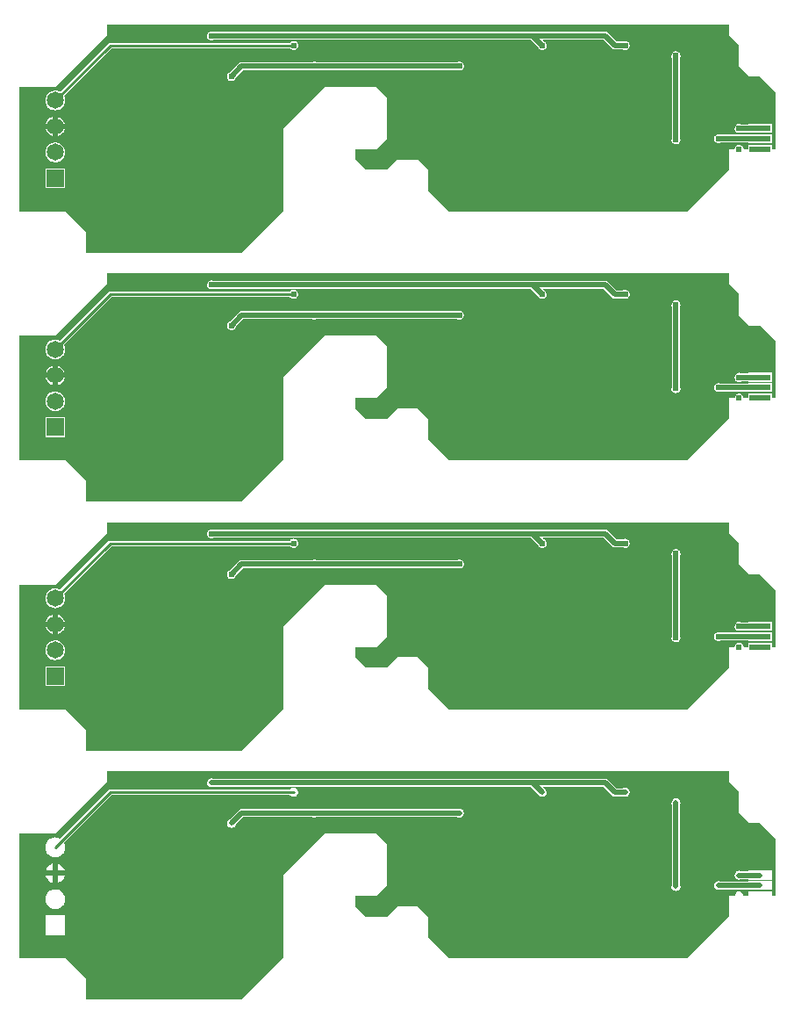
<source format=gbr>
G04 CAM350 V10.7 (Build 560) Date:  Tue Jul 12 16:13:38 2016 *
G04 Database: d:\mywork\immunofluorescenceapparatus\laser\hardware\laser_driver\orcad\artwork\module4.cam *
G04 Layer 1: BOTTOM.art *
%FSLAX25Y25*%
%MOMM*%
%SFA1.000B1.000*%

%MIA0B0*%
%IPPOS*%
%ADD10C,1.65100*%
%ADD11R,1.65100X1.65100*%
%ADD12C,0.60960*%
%ADD13R,2.03200X0.60960*%
%ADD14C,0.25400*%
%ADD15C,0.50800*%
%LNBOTTOM.art*%
%LPD*%
G36*
X-3649990Y-699998D02*
G01X-3649988Y500000D01*
X-3300008Y500001*
X-3299993Y500006*
X-2800006Y999995*
X-2800000Y1000009*
X-2799998Y1099990*
X3200000Y1099988*
X3200001Y1000008*
X3200006Y999993*
X3299997Y900002*
X3300000Y899995*
X3300001Y700008*
X3300006Y699993*
X3399995Y600006*
X3400009Y600000*
X3499997Y599999*
X3500004Y599997*
X3649987Y450012*
X3649990Y450005*
X3649988Y-100000*
X3614320Y-99998*
X3614318Y-56820*
X3614312Y-56806*
X3614298Y-56800*
X3385700Y-56802*
X3385686Y-56808*
X3385680Y-56822*
X3385678Y-100000*
X3343440Y-99998*
X3342960Y-95450*
X3340973Y-86308*
X3337065Y-77808*
X3331418Y-70349*
X3324298Y-64280*
X3316038Y-59887*
X3307026Y-57374*
X3302979Y-56902*
X3300000Y-56800*
X3290699Y-57813*
X3281835Y-60804*
X3273822Y-65634*
X3267038Y-72076*
X3261799Y-79827*
X3258352Y-88524*
X3257040Y-95450*
X3256558Y-100000*
X3200020Y-100002*
X3200006Y-100008*
X3200000Y-100022*
X3199999Y-299997*
X3199997Y-300004*
X2800002Y-699997*
X2799995Y-700000*
X500003Y-699999*
X499996Y-699997*
X300003Y-500002*
X300000Y-499995*
X299999Y-300008*
X299994Y-299993*
X200005Y-200006*
X199991Y-200000*
X8Y-200001*
X-7Y-200006*
X-99998Y-299997*
X-100005Y-300000*
X-299997Y-299999*
X-300004Y-299997*
X-399997Y-200002*
X-400000Y-199995*
X-399998Y-100000*
X-200008Y-99999*
X-199993Y-99994*
X-100006Y-5*
X-100000Y9*
X-100001Y399992*
X-100006Y400007*
X-199995Y499994*
X-200009Y500000*
X-699992Y499999*
X-700007Y499994*
X-1099994Y100005*
X-1100000Y99991*
X-1100001Y-699987*
X-1100003Y-699994*
X-1499998Y-1099987*
X-1500005Y-1099990*
X-2999998*
X-3000001Y-900008*
X-3000006Y-899993*
X-3199995Y-700006*
X-3200009Y-700000*
X-3649990Y-699998*
G37*
G36*
Y-3099998D02*
G01X-3649988Y-1900000D01*
X-3300008Y-1899999*
X-3299993Y-1899994*
X-2800006Y-1400005*
X-2800000Y-1399991*
X-2799998Y-1300010*
X3200000Y-1300012*
X3200001Y-1399992*
X3200006Y-1400007*
X3299997Y-1499998*
X3300000Y-1500005*
X3300001Y-1699992*
X3300006Y-1700007*
X3399995Y-1799994*
X3400009Y-1800000*
X3499997Y-1800001*
X3500004Y-1800003*
X3649987Y-1949988*
X3649990Y-1949995*
X3649988Y-2500000*
X3614320Y-2499998*
X3614318Y-2456820*
X3614312Y-2456806*
X3614298Y-2456800*
X3385700Y-2456802*
X3385686Y-2456808*
X3385680Y-2456822*
X3385678Y-2500000*
X3343440Y-2499998*
X3342960Y-2495450*
X3340973Y-2486308*
X3337065Y-2477808*
X3331418Y-2470349*
X3324298Y-2464280*
X3316038Y-2459887*
X3307026Y-2457374*
X3302979Y-2456902*
X3300000Y-2456800*
X3290699Y-2457813*
X3281835Y-2460804*
X3273822Y-2465634*
X3267038Y-2472076*
X3261799Y-2479827*
X3258352Y-2488524*
X3257040Y-2495450*
X3256558Y-2500000*
X3200020Y-2500002*
X3200006Y-2500008*
X3200000Y-2500022*
X3199999Y-2699997*
X3199997Y-2700004*
X2800002Y-3099997*
X2799995Y-3100000*
X500003Y-3099999*
X499996Y-3099997*
X300003Y-2900002*
X300000Y-2899995*
X299999Y-2700008*
X299994Y-2699993*
X200005Y-2600006*
X199991Y-2600000*
X8Y-2600001*
X-7Y-2600006*
X-99998Y-2699997*
X-100005Y-2700000*
X-299997Y-2699999*
X-300004Y-2699997*
X-399997Y-2600002*
X-400000Y-2599995*
X-399998Y-2500000*
X-200008Y-2499999*
X-199993Y-2499994*
X-100006Y-2400005*
X-100000Y-2399991*
X-100001Y-2000008*
X-100006Y-1999993*
X-199995Y-1900006*
X-200009Y-1900000*
X-699992Y-1900001*
X-700007Y-1900006*
X-1099994Y-2299995*
X-1100000Y-2300009*
X-1100001Y-3099987*
X-1100003Y-3099994*
X-1499998Y-3499987*
X-1500005Y-3499990*
X-2999998*
X-3000001Y-3300008*
X-3000006Y-3299993*
X-3199995Y-3100006*
X-3200009Y-3100000*
X-3649990Y-3099998*
G37*
G36*
Y-5499998D02*
G01X-3649988Y-4300000D01*
X-3300008Y-4299999*
X-3299993Y-4299994*
X-2800006Y-3800005*
X-2800000Y-3799991*
X-2799998Y-3700010*
X3200000Y-3700012*
X3200001Y-3799992*
X3200006Y-3800007*
X3299997Y-3899998*
X3300000Y-3900005*
X3300001Y-4099992*
X3300006Y-4100007*
X3399995Y-4199994*
X3400009Y-4200000*
X3499997Y-4200001*
X3500004Y-4200003*
X3649987Y-4349988*
X3649990Y-4349995*
X3649988Y-4900000*
X3614320Y-4899998*
X3614318Y-4856820*
X3614312Y-4856806*
X3614298Y-4856800*
X3385700Y-4856802*
X3385686Y-4856808*
X3385680Y-4856822*
X3385678Y-4900000*
X3343440Y-4899998*
X3342960Y-4895450*
X3340973Y-4886308*
X3337065Y-4877808*
X3331418Y-4870349*
X3324298Y-4864280*
X3316038Y-4859887*
X3307026Y-4857374*
X3302979Y-4856902*
X3300000Y-4856800*
X3290699Y-4857813*
X3281835Y-4860804*
X3273822Y-4865634*
X3267038Y-4872076*
X3261799Y-4879827*
X3258352Y-4888524*
X3257040Y-4895450*
X3256558Y-4900000*
X3200020Y-4900002*
X3200006Y-4900008*
X3200000Y-4900022*
X3199999Y-5099997*
X3199997Y-5100004*
X2800002Y-5499997*
X2799995Y-5500000*
X500003Y-5499999*
X499996Y-5499997*
X300003Y-5300002*
X300000Y-5299995*
X299999Y-5100008*
X299994Y-5099993*
X200005Y-5000006*
X199991Y-5000000*
X8Y-5000001*
X-7Y-5000006*
X-99998Y-5099997*
X-100005Y-5100000*
X-299997Y-5099999*
X-300004Y-5099997*
X-399997Y-5000002*
X-400000Y-4999995*
X-399998Y-4900000*
X-200008Y-4899999*
X-199993Y-4899994*
X-100006Y-4800005*
X-100000Y-4799991*
X-100001Y-4400008*
X-100006Y-4399993*
X-199995Y-4300006*
X-200009Y-4300000*
X-699992Y-4300001*
X-700007Y-4300006*
X-1099994Y-4699995*
X-1100000Y-4700009*
X-1100001Y-5499987*
X-1100003Y-5499994*
X-1499998Y-5899987*
X-1500005Y-5899990*
X-2999998*
X-3000001Y-5700008*
X-3000006Y-5699993*
X-3199995Y-5500006*
X-3200009Y-5500000*
X-3649990Y-5499998*
G37*
G36*
Y-7899998D02*
G01X-3649988Y-6700000D01*
X-3300008Y-6699999*
X-3299993Y-6699994*
X-2800006Y-6200005*
X-2800000Y-6199991*
X-2799998Y-6100010*
X3200000Y-6100012*
X3200001Y-6199992*
X3200006Y-6200007*
X3299997Y-6299998*
X3300000Y-6300005*
X3300001Y-6499992*
X3300006Y-6500007*
X3399995Y-6599994*
X3400009Y-6600000*
X3499997Y-6600001*
X3500004Y-6600003*
X3649987Y-6749988*
X3649990Y-6749995*
X3649988Y-7300000*
X3614320Y-7299998*
X3614318Y-7256820*
X3614312Y-7256806*
X3614298Y-7256800*
X3385700Y-7256802*
X3385686Y-7256808*
X3385680Y-7256822*
X3385678Y-7300000*
X3343440Y-7299998*
X3342960Y-7295450*
X3340973Y-7286308*
X3337065Y-7277808*
X3331418Y-7270349*
X3324298Y-7264280*
X3316038Y-7259887*
X3307026Y-7257374*
X3302979Y-7256902*
X3300000Y-7256800*
X3290699Y-7257813*
X3281835Y-7260804*
X3273822Y-7265634*
X3267038Y-7272076*
X3261799Y-7279827*
X3258352Y-7288524*
X3257040Y-7295450*
X3256558Y-7300000*
X3200020Y-7300002*
X3200006Y-7300008*
X3200000Y-7300022*
X3199999Y-7499997*
X3199997Y-7500004*
X2800002Y-7899997*
X2799995Y-7900000*
X500003Y-7899999*
X499996Y-7899997*
X300003Y-7700002*
X300000Y-7699995*
X299999Y-7500008*
X299994Y-7499993*
X200005Y-7400006*
X199991Y-7400000*
X8Y-7400001*
X-7Y-7400006*
X-99998Y-7499997*
X-100005Y-7500000*
X-299997Y-7499999*
X-300004Y-7499997*
X-399997Y-7400002*
X-400000Y-7399995*
X-399998Y-7300000*
X-200008Y-7299999*
X-199993Y-7299994*
X-100006Y-7200005*
X-100000Y-7199991*
X-100001Y-6800008*
X-100006Y-6799993*
X-199995Y-6700006*
X-200009Y-6700000*
X-699992Y-6700001*
X-700007Y-6700006*
X-1099994Y-7099995*
X-1100000Y-7100009*
X-1100001Y-7899987*
X-1100003Y-7899994*
X-1499998Y-8299987*
X-1500005Y-8299990*
X-2999998*
X-3000001Y-8100008*
X-3000006Y-8099993*
X-3199995Y-7900006*
X-3200009Y-7900000*
X-3649990Y-7899998*
G37*
%LPC*%
G36*
X-3394255Y-144857D02*
G01X-3391233Y-158429D01*
X-3386267Y-171417*
X-3379464Y-183543*
X-3370968Y-194550*
X-3360961Y-204203*
X-3349655Y-212296*
X-3337291Y-218658*
X-3324133Y-223153*
X-3310461Y-225684*
X-3300000Y-226260*
X-3286133Y-225245*
X-3272561Y-222223*
X-3259573Y-217257*
X-3247447Y-210454*
X-3236440Y-201958*
X-3226787Y-191951*
X-3218693Y-180645*
X-3212332Y-168281*
X-3207837Y-155123*
X-3205306Y-141451*
X-3204730Y-130990*
X-3205745Y-117123*
X-3208767Y-103551*
X-3213732Y-90563*
X-3220536Y-78437*
X-3229031Y-67430*
X-3239039Y-57777*
X-3250345Y-49683*
X-3262708Y-43322*
X-3275866Y-38827*
X-3289538Y-36296*
X-3300000Y-35720*
X-3313867Y-36735*
X-3327439Y-39757*
X-3340426Y-44723*
X-3352553Y-51526*
X-3363560Y-60022*
X-3373213Y-70029*
X-3381306Y-81335*
X-3387668Y-93698*
X-3392162Y-106856*
X-3394694Y-120528*
X-3395270Y-130990*
X-3394255Y-144857*
G37*
G36*
Y105133D02*
G01X-3391233Y91561D01*
X-3386267Y78573*
X-3379464Y66447*
X-3370968Y55440*
X-3360961Y45787*
X-3349655Y37693*
X-3337291Y31332*
X-3324133Y26837*
X-3310461Y24306*
X-3300000Y23730*
X-3286133Y24745*
X-3272561Y27767*
X-3259573Y32732*
X-3247447Y39536*
X-3236440Y48031*
X-3226787Y58039*
X-3218693Y69345*
X-3212332Y81708*
X-3207837Y94866*
X-3205306Y108538*
X-3204730Y119000*
X-3205745Y132867*
X-3208767Y146439*
X-3213733Y159426*
X-3220536Y171553*
X-3229032Y182560*
X-3239039Y192213*
X-3250345Y200306*
X-3262708Y206668*
X-3275866Y211162*
X-3289538Y213694*
X-3300000Y214270*
X-3313867Y213255*
X-3327439Y210233*
X-3340427Y205267*
X-3352553Y198464*
X-3363560Y189968*
X-3373213Y179961*
X-3381306Y168655*
X-3387668Y156291*
X-3392163Y143133*
X-3394694Y129461*
X-3395270Y119000*
X-3394255Y105133*
G37*
G36*
X-3394665Y358342D02*
G01X-3392104Y344676D01*
X-3387581Y331528*
X-3381192Y319179*
X-3373074Y307891*
X-3363399Y297905*
X-3352374Y289435*
X-3340233Y282658*
X-3327235Y277722*
X-3313657Y274729*
X-3300000Y273745*
X-3286133Y274760*
X-3272561Y277782*
X-3259574Y282748*
X-3247448Y289551*
X-3236285Y298188*
X-3226654Y308217*
X-3218586Y319541*
X-3212253Y331918*
X-3207788Y345086*
X-3205288Y358763*
X-3204805Y372659*
X-3206350Y386477*
X-3209890Y399923*
X-3215350Y412710*
X-3217049Y416009*
X-2758484Y874577*
X-2758477Y874579*
X-1034931Y874580*
X-1028639Y867656*
X-1025420Y865070*
X-1017304Y860416*
X-1008376Y857619*
X-1000000Y856799*
X-990699Y857812*
X-981835Y860804*
X-973823Y865634*
X-967038Y872075*
X-965070Y874580*
X-960416Y882696*
X-957619Y891623*
X-956810Y900944*
X-958026Y910220*
X-961210Y919017*
X-966214Y926922*
X-972802Y933564*
X-974580Y934930*
X-982696Y939583*
X-991624Y942381*
X-1000000Y943201*
X-1009300Y942187*
X-1018165Y939196*
X-1026177Y934366*
X-1032962Y927924*
X-1034930Y925421*
X-2779531Y925420*
X-2779545Y925414*
X-3252996Y451964*
X-3253001Y451962*
X-3256300Y453660*
X-3269087Y459119*
X-3282533Y462659*
X-3293341Y464041*
X-3300000Y464274*
X-3313867Y463259*
X-3327439Y460237*
X-3340426Y455271*
X-3352552Y448468*
X-3363558Y439972*
X-3373211Y429964*
X-3381304Y418658*
X-3387665Y406295*
X-3390246Y399522*
X-3393726Y386060*
X-3395210Y372236*
X-3394665Y358342*
G37*
G36*
X-1834849Y986194D02*
G01X-1832584Y977117D01*
X-1828419Y968740*
X-1826062Y965419*
X-1819531Y958721*
X-1811711Y953586*
X-1802969Y950255*
X-1793715Y948884*
X-1792050Y948852*
X-1782750Y949865*
X-1773886Y952857*
X-1771733Y953929*
X-1771728Y953930*
X1292155*
X1292162Y953927*
X1358650Y887438*
X1359030Y886310*
X1362938Y877810*
X1368585Y870351*
X1375704Y864283*
X1383964Y859890*
X1392975Y857378*
X1400000Y856803*
X1401148Y856818*
X1410418Y858078*
X1419199Y861304*
X1427080Y866345*
X1433690Y872964*
X1438721Y880852*
X1441935Y889637*
X1442725Y893632*
X1443094Y902980*
X1441441Y912188*
X1437845Y920824*
X1432474Y928484*
X1425580Y934808*
X1417486Y939499*
X1413690Y940970*
X1412563Y941349*
X1408650Y945260*
X1407448Y947176*
X1407391Y950348*
X1409227Y952936*
X1412240Y953930*
X1992155*
X1992162Y953927*
X2084203Y861886*
X2084218Y861881*
X2179677Y861880*
X2179682Y861879*
X2188366Y858398*
X2197595Y856869*
X2200000Y856802*
X2209300Y857815*
X2218164Y860807*
X2226176Y865637*
X2232132Y871129*
X2237594Y878723*
X2241293Y887316*
X2243056Y896504*
X2242799Y905856*
X2240534Y914933*
X2236369Y923309*
X2234012Y926631*
X2227481Y933329*
X2219661Y938464*
X2210919Y941795*
X2201664Y943165*
X2200000Y943198*
X2190699Y942184*
X2181835Y939193*
X2179683Y938121*
X2179678Y938120*
X2115795*
X2115788Y938123*
X2023747Y1030164*
X2023732Y1030169*
X-1771727Y1030170*
X-1771732Y1030171*
X-1780416Y1033651*
X-1789645Y1035180*
X-1792050Y1035248*
X-1801350Y1034234*
X-1810214Y1031243*
X-1818226Y1026413*
X-1824182Y1020921*
X-1829644Y1013326*
X-1833343Y1004733*
X-1835106Y995545*
X-1834849Y986194*
G37*
G36*
X-1641921Y589582D02*
G01X-1638695Y580801D01*
X-1633654Y572920*
X-1627035Y566309*
X-1619147Y561279*
X-1610362Y558064*
X-1606368Y557275*
X-1603192Y556921*
X-1600000Y556803*
X-1590700Y557816*
X-1581836Y560808*
X-1573824Y565637*
X-1567040Y572079*
X-1561802Y579830*
X-1559030Y586310*
X-1558651Y587437*
X-1484214Y661877*
X-1484207Y661879*
X-820323Y661880*
X-820318Y661879*
X-811634Y658398*
X-802404Y656869*
X-800000Y656802*
X-790700Y657815*
X-781836Y660807*
X-779683Y661879*
X-779678Y661880*
X579677*
X579682Y661879*
X588366Y658398*
X597595Y656869*
X600000Y656802*
X609300Y657815*
X618164Y660807*
X626176Y665637*
X632132Y671129*
X637594Y678723*
X641293Y687316*
X643056Y696504*
X642799Y705856*
X640534Y714933*
X636369Y723309*
X634012Y726631*
X627481Y733329*
X619661Y738464*
X610919Y741795*
X601664Y743165*
X600000Y743198*
X590699Y742184*
X581835Y739193*
X579683Y738121*
X579678Y738120*
X-779677*
X-779682Y738121*
X-788366Y741601*
X-797595Y743130*
X-800000Y743198*
X-809300Y742184*
X-818164Y739193*
X-820317Y738121*
X-820322Y738120*
X-1515781*
X-1515795Y738114*
X-1612562Y641350*
X-1613690Y640970*
X-1622190Y637062*
X-1629648Y631415*
X-1635717Y624295*
X-1640110Y616035*
X-1642622Y607024*
X-1643181Y598852*
X-1641921Y589582*
G37*
G36*
X2648595Y-18520D02*
G01X2651587Y-27384D01*
X2656417Y-35396*
X2661909Y-41352*
X2669504Y-46814*
X2678096Y-50513*
X2687284Y-52276*
X2690780Y-52417*
X2700080Y-51404*
X2708944Y-48413*
X2717411Y-43232*
X2724109Y-36701*
X2729244Y-28881*
X2732575Y-20139*
X2733945Y-10884*
X2733978Y-9220*
X2732964Y80*
X2729973Y8944*
X2728901Y11097*
X2728900Y11102*
Y779677*
X2728901Y779682*
X2732381Y788366*
X2733910Y797595*
X2733978Y800000*
X2732964Y809300*
X2729973Y818164*
X2725143Y826176*
X2719651Y832132*
X2712056Y837594*
X2703463Y841294*
X2694276Y843056*
X2690780Y843198*
X2681480Y842184*
X2672616Y839193*
X2664149Y834012*
X2657451Y827481*
X2652316Y819661*
X2648985Y810919*
X2647614Y801665*
X2647582Y800000*
X2648595Y790700*
X2651587Y781836*
X2652659Y779683*
X2652660Y779678*
Y11103*
X2652659Y11098*
X2649178Y2414*
X2647649Y-6815*
X2647582Y-9220*
X2648595Y-18520*
G37*
G36*
X3057201Y-5856D02*
G01X3059465Y-14933D01*
X3063631Y-23309*
X3065988Y-26631*
X3072519Y-33329*
X3080338Y-38464*
X3089080Y-41795*
X3098335Y-43165*
X3100000Y-43198*
X3109300Y-42184*
X3118164Y-39193*
X3120317Y-38121*
X3120322Y-38120*
X3385678*
X3385680Y-43178*
X3385686Y-43192*
X3385700Y-43198*
X3614298Y-43200*
X3614312Y-43194*
X3614318Y-43180*
X3614320Y43178*
X3614314Y43192*
X3614300Y43198*
X3385702Y43200*
X3385688Y43194*
X3385682Y43180*
X3385680Y38122*
X3120323Y38120*
X3120318Y38121*
X3111634Y41601*
X3102404Y43131*
X3100000Y43198*
X3090700Y42184*
X3081836Y39193*
X3073824Y34363*
X3067868Y28871*
X3062405Y21276*
X3058706Y12683*
X3056944Y3496*
X3057201Y-5856*
G37*
G36*
X3257201Y94144D02*
G01X3259465Y85067D01*
X3263631Y76690*
X3265988Y73369*
X3272519Y66671*
X3280339Y61536*
X3289081Y58205*
X3298335Y56834*
X3300000Y56802*
X3309300Y57815*
X3318164Y60807*
X3320317Y61879*
X3320322Y61880*
X3385678*
X3385680Y56822*
X3385686Y56808*
X3385700Y56802*
X3614298Y56800*
X3614312Y56806*
X3614318Y56820*
X3614320Y143178*
X3614314Y143192*
X3614300Y143198*
X3385702Y143200*
X3385688Y143194*
X3385682Y143180*
X3385680Y138122*
X3320323Y138120*
X3320318Y138121*
X3311634Y141601*
X3302404Y143131*
X3300000Y143198*
X3290700Y142184*
X3281836Y139193*
X3273823Y134363*
X3267868Y128871*
X3262405Y121276*
X3258706Y112683*
X3256944Y103496*
X3257201Y94144*
G37*
G36*
X-3204730Y-476270D02*
G01Y-285730D01*
X-3395270*
Y-476270*
X-3204730*
G37*
G36*
X-3394255Y-2544857D02*
G01X-3391233Y-2558429D01*
X-3386267Y-2571417*
X-3379464Y-2583543*
X-3370968Y-2594550*
X-3360961Y-2604203*
X-3349655Y-2612296*
X-3337291Y-2618658*
X-3324133Y-2623153*
X-3310461Y-2625684*
X-3300000Y-2626260*
X-3286133Y-2625245*
X-3272561Y-2622223*
X-3259573Y-2617257*
X-3247447Y-2610454*
X-3236440Y-2601958*
X-3226787Y-2591951*
X-3218693Y-2580645*
X-3212332Y-2568281*
X-3207837Y-2555123*
X-3205306Y-2541451*
X-3204730Y-2530990*
X-3205745Y-2517123*
X-3208767Y-2503551*
X-3213732Y-2490563*
X-3220536Y-2478437*
X-3229031Y-2467430*
X-3239039Y-2457777*
X-3250345Y-2449683*
X-3262708Y-2443322*
X-3275866Y-2438827*
X-3289538Y-2436296*
X-3300000Y-2435720*
X-3313867Y-2436735*
X-3327439Y-2439757*
X-3340426Y-2444723*
X-3352553Y-2451526*
X-3363560Y-2460022*
X-3373213Y-2470029*
X-3381306Y-2481335*
X-3387668Y-2493698*
X-3392162Y-2506856*
X-3394694Y-2520528*
X-3395270Y-2530990*
X-3394255Y-2544857*
G37*
G36*
Y-2294867D02*
G01X-3391233Y-2308439D01*
X-3386267Y-2321427*
X-3379464Y-2333553*
X-3370968Y-2344560*
X-3360961Y-2354213*
X-3349655Y-2362307*
X-3337291Y-2368668*
X-3324133Y-2373163*
X-3310461Y-2375694*
X-3300000Y-2376270*
X-3286133Y-2375255*
X-3272561Y-2372233*
X-3259573Y-2367268*
X-3247447Y-2360464*
X-3236440Y-2351969*
X-3226787Y-2341961*
X-3218693Y-2330655*
X-3212332Y-2318292*
X-3207837Y-2305134*
X-3205306Y-2291462*
X-3204730Y-2281000*
X-3205745Y-2267133*
X-3208767Y-2253561*
X-3213733Y-2240574*
X-3220536Y-2228447*
X-3229032Y-2217440*
X-3239039Y-2207787*
X-3250345Y-2199694*
X-3262708Y-2193332*
X-3275866Y-2188838*
X-3289538Y-2186306*
X-3300000Y-2185730*
X-3313867Y-2186745*
X-3327439Y-2189767*
X-3340427Y-2194733*
X-3352553Y-2201536*
X-3363560Y-2210032*
X-3373213Y-2220039*
X-3381306Y-2231345*
X-3387668Y-2243709*
X-3392163Y-2256867*
X-3394694Y-2270539*
X-3395270Y-2281000*
X-3394255Y-2294867*
G37*
G36*
X-3394665Y-2041658D02*
G01X-3392104Y-2055324D01*
X-3387581Y-2068472*
X-3381192Y-2080821*
X-3373074Y-2092109*
X-3363399Y-2102095*
X-3352374Y-2110565*
X-3340233Y-2117342*
X-3327235Y-2122278*
X-3313657Y-2125271*
X-3300000Y-2126255*
X-3286133Y-2125240*
X-3272561Y-2122218*
X-3259574Y-2117252*
X-3247448Y-2110449*
X-3236285Y-2101812*
X-3226654Y-2091783*
X-3218586Y-2080459*
X-3212253Y-2068082*
X-3207788Y-2054914*
X-3205288Y-2041237*
X-3204805Y-2027341*
X-3206350Y-2013523*
X-3209890Y-2000077*
X-3215350Y-1987290*
X-3217049Y-1983991*
X-2758484Y-1525423*
X-2758477Y-1525421*
X-1034931Y-1525420*
X-1028639Y-1532344*
X-1025420Y-1534930*
X-1017304Y-1539584*
X-1008376Y-1542381*
X-1000000Y-1543201*
X-990699Y-1542188*
X-981835Y-1539196*
X-973823Y-1534366*
X-967038Y-1527925*
X-965070Y-1525420*
X-960416Y-1517304*
X-957619Y-1508377*
X-956810Y-1499056*
X-958026Y-1489780*
X-961210Y-1480983*
X-966214Y-1473078*
X-972802Y-1466436*
X-974580Y-1465070*
X-982696Y-1460417*
X-991624Y-1457619*
X-1000000Y-1456799*
X-1009300Y-1457813*
X-1018165Y-1460804*
X-1026177Y-1465634*
X-1032962Y-1472076*
X-1034930Y-1474579*
X-2779531Y-1474580*
X-2779545Y-1474586*
X-3252996Y-1948036*
X-3253001Y-1948038*
X-3256300Y-1946340*
X-3269087Y-1940881*
X-3282533Y-1937341*
X-3293341Y-1935959*
X-3300000Y-1935726*
X-3313867Y-1936741*
X-3327439Y-1939763*
X-3340426Y-1944729*
X-3352552Y-1951532*
X-3363558Y-1960028*
X-3373211Y-1970036*
X-3381304Y-1981342*
X-3387665Y-1993705*
X-3390246Y-2000478*
X-3393726Y-2013940*
X-3395210Y-2027764*
X-3394665Y-2041658*
G37*
G36*
X-1834849Y-1413806D02*
G01X-1832584Y-1422883D01*
X-1828419Y-1431260*
X-1826062Y-1434581*
X-1819531Y-1441279*
X-1811711Y-1446414*
X-1802969Y-1449745*
X-1793715Y-1451116*
X-1792050Y-1451148*
X-1782750Y-1450135*
X-1773886Y-1447143*
X-1771733Y-1446071*
X-1771728Y-1446070*
X1292155*
X1292162Y-1446073*
X1358650Y-1512562*
X1359030Y-1513690*
X1362938Y-1522190*
X1368585Y-1529649*
X1375704Y-1535717*
X1383964Y-1540110*
X1392975Y-1542622*
X1400000Y-1543197*
X1401148Y-1543182*
X1410418Y-1541922*
X1419199Y-1538696*
X1427080Y-1533655*
X1433690Y-1527036*
X1438721Y-1519148*
X1441935Y-1510363*
X1442725Y-1506368*
X1443094Y-1497020*
X1441441Y-1487812*
X1437845Y-1479176*
X1432474Y-1471516*
X1425580Y-1465192*
X1417486Y-1460501*
X1413690Y-1459030*
X1412563Y-1458651*
X1408650Y-1454740*
X1407448Y-1452824*
X1407391Y-1449652*
X1409227Y-1447064*
X1412240Y-1446070*
X1992155*
X1992162Y-1446073*
X2084203Y-1538114*
X2084218Y-1538119*
X2179677Y-1538120*
X2179682Y-1538121*
X2188366Y-1541602*
X2197595Y-1543131*
X2200000Y-1543198*
X2209300Y-1542185*
X2218164Y-1539193*
X2226176Y-1534363*
X2232132Y-1528871*
X2237594Y-1521277*
X2241293Y-1512684*
X2243056Y-1503496*
X2242799Y-1494144*
X2240534Y-1485067*
X2236369Y-1476691*
X2234012Y-1473369*
X2227481Y-1466671*
X2219661Y-1461536*
X2210919Y-1458205*
X2201664Y-1456835*
X2200000Y-1456802*
X2190699Y-1457816*
X2181835Y-1460807*
X2179683Y-1461879*
X2179678Y-1461880*
X2115795*
X2115788Y-1461877*
X2023747Y-1369836*
X2023732Y-1369831*
X-1771727Y-1369830*
X-1771732Y-1369829*
X-1780416Y-1366349*
X-1789645Y-1364820*
X-1792050Y-1364752*
X-1801350Y-1365766*
X-1810214Y-1368757*
X-1818226Y-1373587*
X-1824182Y-1379079*
X-1829644Y-1386674*
X-1833343Y-1395267*
X-1835106Y-1404455*
X-1834849Y-1413806*
G37*
G36*
X-1641921Y-1810418D02*
G01X-1638695Y-1819199D01*
X-1633654Y-1827080*
X-1627035Y-1833691*
X-1619147Y-1838721*
X-1610362Y-1841936*
X-1606368Y-1842725*
X-1603192Y-1843079*
X-1600000Y-1843197*
X-1590700Y-1842184*
X-1581836Y-1839192*
X-1573824Y-1834363*
X-1567040Y-1827921*
X-1561802Y-1820170*
X-1559030Y-1813690*
X-1558651Y-1812563*
X-1484214Y-1738123*
X-1484207Y-1738121*
X-820323Y-1738120*
X-820318Y-1738121*
X-811634Y-1741602*
X-802404Y-1743131*
X-800000Y-1743198*
X-790700Y-1742185*
X-781836Y-1739193*
X-779683Y-1738121*
X-779678Y-1738120*
X579677*
X579682Y-1738121*
X588366Y-1741602*
X597595Y-1743131*
X600000Y-1743198*
X609300Y-1742185*
X618164Y-1739193*
X626176Y-1734363*
X632132Y-1728871*
X637594Y-1721277*
X641293Y-1712684*
X643056Y-1703496*
X642799Y-1694144*
X640534Y-1685067*
X636369Y-1676691*
X634012Y-1673369*
X627481Y-1666671*
X619661Y-1661536*
X610919Y-1658205*
X601664Y-1656835*
X600000Y-1656802*
X590699Y-1657816*
X581835Y-1660807*
X579683Y-1661879*
X579678Y-1661880*
X-779677*
X-779682Y-1661879*
X-788366Y-1658399*
X-797595Y-1656870*
X-800000Y-1656802*
X-809300Y-1657816*
X-818164Y-1660807*
X-820317Y-1661879*
X-820322Y-1661880*
X-1515781*
X-1515795Y-1661886*
X-1612562Y-1758650*
X-1613690Y-1759030*
X-1622190Y-1762938*
X-1629648Y-1768585*
X-1635717Y-1775705*
X-1640110Y-1783965*
X-1642622Y-1792976*
X-1643181Y-1801148*
X-1641921Y-1810418*
G37*
G36*
X2648595Y-2418520D02*
G01X2651587Y-2427384D01*
X2656417Y-2435396*
X2661909Y-2441352*
X2669504Y-2446814*
X2678096Y-2450513*
X2687284Y-2452276*
X2690780Y-2452417*
X2700080Y-2451404*
X2708944Y-2448413*
X2717411Y-2443232*
X2724109Y-2436701*
X2729244Y-2428881*
X2732575Y-2420139*
X2733945Y-2410884*
X2733978Y-2409220*
X2732964Y-2399920*
X2729973Y-2391056*
X2728901Y-2388903*
X2728900Y-2388898*
Y-1620323*
X2728901Y-1620318*
X2732381Y-1611634*
X2733910Y-1602405*
X2733978Y-1600000*
X2732964Y-1590700*
X2729973Y-1581836*
X2725143Y-1573824*
X2719651Y-1567868*
X2712056Y-1562406*
X2703463Y-1558706*
X2694276Y-1556944*
X2690780Y-1556802*
X2681480Y-1557816*
X2672616Y-1560807*
X2664149Y-1565988*
X2657451Y-1572519*
X2652316Y-1580339*
X2648985Y-1589081*
X2647614Y-1598335*
X2647582Y-1600000*
X2648595Y-1609300*
X2651587Y-1618164*
X2652659Y-1620317*
X2652660Y-1620322*
Y-2388897*
X2652659Y-2388902*
X2649178Y-2397586*
X2647649Y-2406815*
X2647582Y-2409220*
X2648595Y-2418520*
G37*
G36*
X3057201Y-2405856D02*
G01X3059465Y-2414933D01*
X3063631Y-2423309*
X3065988Y-2426631*
X3072519Y-2433329*
X3080338Y-2438464*
X3089080Y-2441795*
X3098335Y-2443165*
X3100000Y-2443198*
X3109300Y-2442184*
X3118164Y-2439193*
X3120317Y-2438121*
X3120322Y-2438120*
X3385678*
X3385680Y-2443178*
X3385686Y-2443192*
X3385700Y-2443198*
X3614298Y-2443200*
X3614312Y-2443194*
X3614318Y-2443180*
X3614320Y-2356822*
X3614314Y-2356808*
X3614300Y-2356802*
X3385702Y-2356800*
X3385688Y-2356806*
X3385682Y-2356820*
X3385680Y-2361878*
X3120323Y-2361880*
X3120318Y-2361879*
X3111634Y-2358399*
X3102404Y-2356869*
X3100000Y-2356802*
X3090700Y-2357816*
X3081836Y-2360807*
X3073824Y-2365637*
X3067868Y-2371129*
X3062405Y-2378724*
X3058706Y-2387317*
X3056944Y-2396504*
X3057201Y-2405856*
G37*
G36*
X3257201Y-2305856D02*
G01X3259465Y-2314933D01*
X3263631Y-2323310*
X3265988Y-2326631*
X3272519Y-2333329*
X3280339Y-2338464*
X3289081Y-2341795*
X3298335Y-2343166*
X3300000Y-2343198*
X3309300Y-2342185*
X3318164Y-2339193*
X3320317Y-2338121*
X3320322Y-2338120*
X3385678*
X3385680Y-2343178*
X3385686Y-2343192*
X3385700Y-2343198*
X3614298Y-2343200*
X3614312Y-2343194*
X3614318Y-2343180*
X3614320Y-2256822*
X3614314Y-2256808*
X3614300Y-2256802*
X3385702Y-2256800*
X3385688Y-2256806*
X3385682Y-2256820*
X3385680Y-2261878*
X3320323Y-2261880*
X3320318Y-2261879*
X3311634Y-2258399*
X3302404Y-2256869*
X3300000Y-2256802*
X3290700Y-2257816*
X3281836Y-2260807*
X3273823Y-2265637*
X3267868Y-2271129*
X3262405Y-2278724*
X3258706Y-2287317*
X3256944Y-2296504*
X3257201Y-2305856*
G37*
G36*
X-3204730Y-2876270D02*
G01Y-2685730D01*
X-3395270*
Y-2876270*
X-3204730*
G37*
G36*
X-3394255Y-4944857D02*
G01X-3391233Y-4958429D01*
X-3386267Y-4971417*
X-3379464Y-4983543*
X-3370968Y-4994550*
X-3360961Y-5004203*
X-3349655Y-5012296*
X-3337291Y-5018658*
X-3324133Y-5023153*
X-3310461Y-5025684*
X-3300000Y-5026260*
X-3286133Y-5025245*
X-3272561Y-5022223*
X-3259573Y-5017257*
X-3247447Y-5010454*
X-3236440Y-5001958*
X-3226787Y-4991951*
X-3218693Y-4980645*
X-3212332Y-4968281*
X-3207837Y-4955123*
X-3205306Y-4941451*
X-3204730Y-4930990*
X-3205745Y-4917123*
X-3208767Y-4903551*
X-3213732Y-4890563*
X-3220536Y-4878437*
X-3229031Y-4867430*
X-3239039Y-4857777*
X-3250345Y-4849683*
X-3262708Y-4843322*
X-3275866Y-4838827*
X-3289538Y-4836296*
X-3300000Y-4835720*
X-3313867Y-4836735*
X-3327439Y-4839757*
X-3340426Y-4844723*
X-3352553Y-4851526*
X-3363560Y-4860022*
X-3373213Y-4870029*
X-3381306Y-4881335*
X-3387668Y-4893698*
X-3392162Y-4906856*
X-3394694Y-4920528*
X-3395270Y-4930990*
X-3394255Y-4944857*
G37*
G36*
Y-4694867D02*
G01X-3391233Y-4708439D01*
X-3386267Y-4721427*
X-3379464Y-4733553*
X-3370968Y-4744560*
X-3360961Y-4754213*
X-3349655Y-4762307*
X-3337291Y-4768668*
X-3324133Y-4773163*
X-3310461Y-4775694*
X-3300000Y-4776270*
X-3286133Y-4775255*
X-3272561Y-4772233*
X-3259573Y-4767268*
X-3247447Y-4760464*
X-3236440Y-4751969*
X-3226787Y-4741961*
X-3218693Y-4730655*
X-3212332Y-4718292*
X-3207837Y-4705134*
X-3205306Y-4691462*
X-3204730Y-4681000*
X-3205745Y-4667133*
X-3208767Y-4653561*
X-3213733Y-4640574*
X-3220536Y-4628447*
X-3229032Y-4617440*
X-3239039Y-4607787*
X-3250345Y-4599694*
X-3262708Y-4593332*
X-3275866Y-4588838*
X-3289538Y-4586306*
X-3300000Y-4585730*
X-3313867Y-4586745*
X-3327439Y-4589767*
X-3340427Y-4594733*
X-3352553Y-4601536*
X-3363560Y-4610032*
X-3373213Y-4620039*
X-3381306Y-4631345*
X-3387668Y-4643709*
X-3392163Y-4656867*
X-3394694Y-4670539*
X-3395270Y-4681000*
X-3394255Y-4694867*
G37*
G36*
X-3394665Y-4441658D02*
G01X-3392104Y-4455324D01*
X-3387581Y-4468472*
X-3381192Y-4480821*
X-3373074Y-4492109*
X-3363399Y-4502095*
X-3352374Y-4510565*
X-3340233Y-4517342*
X-3327235Y-4522278*
X-3313657Y-4525271*
X-3300000Y-4526255*
X-3286133Y-4525240*
X-3272561Y-4522218*
X-3259574Y-4517252*
X-3247448Y-4510449*
X-3236285Y-4501812*
X-3226654Y-4491783*
X-3218586Y-4480459*
X-3212253Y-4468082*
X-3207788Y-4454914*
X-3205288Y-4441237*
X-3204805Y-4427341*
X-3206350Y-4413523*
X-3209890Y-4400077*
X-3215350Y-4387290*
X-3217049Y-4383991*
X-2758484Y-3925423*
X-2758477Y-3925421*
X-1034931Y-3925420*
X-1028639Y-3932344*
X-1025420Y-3934930*
X-1017304Y-3939584*
X-1008376Y-3942381*
X-1000000Y-3943201*
X-990699Y-3942188*
X-981835Y-3939196*
X-973823Y-3934366*
X-967038Y-3927925*
X-965070Y-3925420*
X-960416Y-3917304*
X-957619Y-3908377*
X-956810Y-3899056*
X-958026Y-3889780*
X-961210Y-3880983*
X-966214Y-3873078*
X-972802Y-3866436*
X-974580Y-3865070*
X-982696Y-3860417*
X-991624Y-3857619*
X-1000000Y-3856799*
X-1009300Y-3857813*
X-1018165Y-3860804*
X-1026177Y-3865634*
X-1032962Y-3872076*
X-1034930Y-3874579*
X-2779531Y-3874580*
X-2779545Y-3874586*
X-3252996Y-4348036*
X-3253001Y-4348038*
X-3256300Y-4346340*
X-3269087Y-4340881*
X-3282533Y-4337341*
X-3293341Y-4335959*
X-3300000Y-4335726*
X-3313867Y-4336741*
X-3327439Y-4339763*
X-3340426Y-4344729*
X-3352552Y-4351532*
X-3363558Y-4360028*
X-3373211Y-4370036*
X-3381304Y-4381342*
X-3387665Y-4393705*
X-3390246Y-4400478*
X-3393726Y-4413940*
X-3395210Y-4427764*
X-3394665Y-4441658*
G37*
G36*
X-1834849Y-3813806D02*
G01X-1832584Y-3822883D01*
X-1828419Y-3831260*
X-1826062Y-3834581*
X-1819531Y-3841279*
X-1811711Y-3846414*
X-1802969Y-3849745*
X-1793715Y-3851116*
X-1792050Y-3851148*
X-1782750Y-3850135*
X-1773886Y-3847143*
X-1771733Y-3846071*
X-1771728Y-3846070*
X1292155*
X1292162Y-3846073*
X1358650Y-3912562*
X1359030Y-3913690*
X1362938Y-3922190*
X1368585Y-3929649*
X1375704Y-3935717*
X1383964Y-3940110*
X1392975Y-3942622*
X1400000Y-3943197*
X1401148Y-3943182*
X1410418Y-3941922*
X1419199Y-3938696*
X1427080Y-3933655*
X1433690Y-3927036*
X1438721Y-3919148*
X1441935Y-3910363*
X1442725Y-3906368*
X1443094Y-3897020*
X1441441Y-3887812*
X1437845Y-3879176*
X1432474Y-3871516*
X1425580Y-3865192*
X1417486Y-3860501*
X1413690Y-3859030*
X1412563Y-3858651*
X1408650Y-3854740*
X1407448Y-3852824*
X1407391Y-3849652*
X1409227Y-3847064*
X1412240Y-3846070*
X1992155*
X1992162Y-3846073*
X2084203Y-3938114*
X2084218Y-3938119*
X2179677Y-3938120*
X2179682Y-3938121*
X2188366Y-3941602*
X2197595Y-3943131*
X2200000Y-3943198*
X2209300Y-3942185*
X2218164Y-3939193*
X2226176Y-3934363*
X2232132Y-3928871*
X2237594Y-3921277*
X2241293Y-3912684*
X2243056Y-3903496*
X2242799Y-3894144*
X2240534Y-3885067*
X2236369Y-3876691*
X2234012Y-3873369*
X2227481Y-3866671*
X2219661Y-3861536*
X2210919Y-3858205*
X2201664Y-3856835*
X2200000Y-3856802*
X2190699Y-3857816*
X2181835Y-3860807*
X2179683Y-3861879*
X2179678Y-3861880*
X2115795*
X2115788Y-3861877*
X2023747Y-3769836*
X2023732Y-3769831*
X-1771727Y-3769830*
X-1771732Y-3769829*
X-1780416Y-3766349*
X-1789645Y-3764820*
X-1792050Y-3764752*
X-1801350Y-3765766*
X-1810214Y-3768757*
X-1818226Y-3773587*
X-1824182Y-3779079*
X-1829644Y-3786674*
X-1833343Y-3795267*
X-1835106Y-3804455*
X-1834849Y-3813806*
G37*
G36*
X-1641921Y-4210418D02*
G01X-1638695Y-4219199D01*
X-1633654Y-4227080*
X-1627035Y-4233691*
X-1619147Y-4238721*
X-1610362Y-4241936*
X-1606368Y-4242725*
X-1603192Y-4243079*
X-1600000Y-4243197*
X-1590700Y-4242184*
X-1581836Y-4239192*
X-1573824Y-4234363*
X-1567040Y-4227921*
X-1561802Y-4220170*
X-1559030Y-4213690*
X-1558651Y-4212563*
X-1484214Y-4138123*
X-1484207Y-4138121*
X-820323Y-4138120*
X-820318Y-4138121*
X-811634Y-4141602*
X-802404Y-4143131*
X-800000Y-4143198*
X-790700Y-4142185*
X-781836Y-4139193*
X-779683Y-4138121*
X-779678Y-4138120*
X579677*
X579682Y-4138121*
X588366Y-4141602*
X597595Y-4143131*
X600000Y-4143198*
X609300Y-4142185*
X618164Y-4139193*
X626176Y-4134363*
X632132Y-4128871*
X637594Y-4121277*
X641293Y-4112684*
X643056Y-4103496*
X642799Y-4094144*
X640534Y-4085067*
X636369Y-4076691*
X634012Y-4073369*
X627481Y-4066671*
X619661Y-4061536*
X610919Y-4058205*
X601664Y-4056835*
X600000Y-4056802*
X590699Y-4057816*
X581835Y-4060807*
X579683Y-4061879*
X579678Y-4061880*
X-779677*
X-779682Y-4061879*
X-788366Y-4058399*
X-797595Y-4056870*
X-800000Y-4056802*
X-809300Y-4057816*
X-818164Y-4060807*
X-820317Y-4061879*
X-820322Y-4061880*
X-1515781*
X-1515795Y-4061886*
X-1612562Y-4158650*
X-1613690Y-4159030*
X-1622190Y-4162938*
X-1629648Y-4168585*
X-1635717Y-4175705*
X-1640110Y-4183965*
X-1642622Y-4192976*
X-1643181Y-4201148*
X-1641921Y-4210418*
G37*
G36*
X2648595Y-4818520D02*
G01X2651587Y-4827384D01*
X2656417Y-4835396*
X2661909Y-4841352*
X2669504Y-4846814*
X2678096Y-4850513*
X2687284Y-4852276*
X2690780Y-4852417*
X2700080Y-4851404*
X2708944Y-4848413*
X2717411Y-4843232*
X2724109Y-4836701*
X2729244Y-4828881*
X2732575Y-4820139*
X2733945Y-4810884*
X2733978Y-4809220*
X2732964Y-4799920*
X2729973Y-4791056*
X2728901Y-4788903*
X2728900Y-4788898*
Y-4020323*
X2728901Y-4020318*
X2732381Y-4011634*
X2733910Y-4002405*
X2733978Y-4000000*
X2732964Y-3990700*
X2729973Y-3981836*
X2725143Y-3973824*
X2719651Y-3967868*
X2712056Y-3962406*
X2703463Y-3958706*
X2694276Y-3956944*
X2690780Y-3956802*
X2681480Y-3957816*
X2672616Y-3960807*
X2664149Y-3965988*
X2657451Y-3972519*
X2652316Y-3980339*
X2648985Y-3989081*
X2647614Y-3998335*
X2647582Y-4000000*
X2648595Y-4009300*
X2651587Y-4018164*
X2652659Y-4020317*
X2652660Y-4020322*
Y-4788897*
X2652659Y-4788902*
X2649178Y-4797586*
X2647649Y-4806815*
X2647582Y-4809220*
X2648595Y-4818520*
G37*
G36*
X3057201Y-4805856D02*
G01X3059465Y-4814933D01*
X3063631Y-4823309*
X3065988Y-4826631*
X3072519Y-4833329*
X3080338Y-4838464*
X3089080Y-4841795*
X3098335Y-4843165*
X3100000Y-4843198*
X3109300Y-4842184*
X3118164Y-4839193*
X3120317Y-4838121*
X3120322Y-4838120*
X3385678*
X3385680Y-4843178*
X3385686Y-4843192*
X3385700Y-4843198*
X3614298Y-4843200*
X3614312Y-4843194*
X3614318Y-4843180*
X3614320Y-4756822*
X3614314Y-4756808*
X3614300Y-4756802*
X3385702Y-4756800*
X3385688Y-4756806*
X3385682Y-4756820*
X3385680Y-4761878*
X3120323Y-4761880*
X3120318Y-4761879*
X3111634Y-4758399*
X3102404Y-4756869*
X3100000Y-4756802*
X3090700Y-4757816*
X3081836Y-4760807*
X3073824Y-4765637*
X3067868Y-4771129*
X3062405Y-4778724*
X3058706Y-4787317*
X3056944Y-4796504*
X3057201Y-4805856*
G37*
G36*
X3257201Y-4705856D02*
G01X3259465Y-4714933D01*
X3263631Y-4723310*
X3265988Y-4726631*
X3272519Y-4733329*
X3280339Y-4738464*
X3289081Y-4741795*
X3298335Y-4743166*
X3300000Y-4743198*
X3309300Y-4742185*
X3318164Y-4739193*
X3320317Y-4738121*
X3320322Y-4738120*
X3385678*
X3385680Y-4743178*
X3385686Y-4743192*
X3385700Y-4743198*
X3614298Y-4743200*
X3614312Y-4743194*
X3614318Y-4743180*
X3614320Y-4656822*
X3614314Y-4656808*
X3614300Y-4656802*
X3385702Y-4656800*
X3385688Y-4656806*
X3385682Y-4656820*
X3385680Y-4661878*
X3320323Y-4661880*
X3320318Y-4661879*
X3311634Y-4658399*
X3302404Y-4656869*
X3300000Y-4656802*
X3290700Y-4657816*
X3281836Y-4660807*
X3273823Y-4665637*
X3267868Y-4671129*
X3262405Y-4678724*
X3258706Y-4687317*
X3256944Y-4696504*
X3257201Y-4705856*
G37*
G36*
X-3204730Y-5276270D02*
G01Y-5085730D01*
X-3395270*
Y-5276270*
X-3204730*
G37*
G36*
X-3394255Y-7344857D02*
G01X-3391233Y-7358429D01*
X-3386267Y-7371417*
X-3379464Y-7383543*
X-3370968Y-7394550*
X-3360961Y-7404203*
X-3349655Y-7412296*
X-3337291Y-7418658*
X-3324133Y-7423153*
X-3310461Y-7425684*
X-3300000Y-7426260*
X-3286133Y-7425245*
X-3272561Y-7422223*
X-3259573Y-7417257*
X-3247447Y-7410454*
X-3236440Y-7401958*
X-3226787Y-7391951*
X-3218693Y-7380645*
X-3212332Y-7368281*
X-3207837Y-7355123*
X-3205306Y-7341451*
X-3204730Y-7330990*
X-3205745Y-7317123*
X-3208767Y-7303551*
X-3213732Y-7290563*
X-3220536Y-7278437*
X-3229031Y-7267430*
X-3239039Y-7257777*
X-3250345Y-7249683*
X-3262708Y-7243322*
X-3275866Y-7238827*
X-3289538Y-7236296*
X-3300000Y-7235720*
X-3313867Y-7236735*
X-3327439Y-7239757*
X-3340426Y-7244723*
X-3352553Y-7251526*
X-3363560Y-7260022*
X-3373213Y-7270029*
X-3381306Y-7281335*
X-3387668Y-7293698*
X-3392162Y-7306856*
X-3394694Y-7320528*
X-3395270Y-7330990*
X-3394255Y-7344857*
G37*
G36*
Y-7094867D02*
G01X-3391233Y-7108439D01*
X-3386267Y-7121427*
X-3379464Y-7133553*
X-3370968Y-7144560*
X-3360961Y-7154213*
X-3349655Y-7162307*
X-3337291Y-7168668*
X-3324133Y-7173163*
X-3310461Y-7175694*
X-3300000Y-7176270*
X-3286133Y-7175255*
X-3272561Y-7172233*
X-3259573Y-7167268*
X-3247447Y-7160464*
X-3236440Y-7151969*
X-3226787Y-7141961*
X-3218693Y-7130655*
X-3212332Y-7118292*
X-3207837Y-7105134*
X-3205306Y-7091462*
X-3204730Y-7081000*
X-3205745Y-7067133*
X-3208767Y-7053561*
X-3213733Y-7040574*
X-3220536Y-7028447*
X-3229032Y-7017440*
X-3239039Y-7007787*
X-3250345Y-6999694*
X-3262708Y-6993332*
X-3275866Y-6988838*
X-3289538Y-6986306*
X-3300000Y-6985730*
X-3313867Y-6986745*
X-3327439Y-6989767*
X-3340427Y-6994733*
X-3352553Y-7001536*
X-3363560Y-7010032*
X-3373213Y-7020039*
X-3381306Y-7031345*
X-3387668Y-7043709*
X-3392163Y-7056867*
X-3394694Y-7070539*
X-3395270Y-7081000*
X-3394255Y-7094867*
G37*
G36*
X-3394665Y-6841658D02*
G01X-3392104Y-6855324D01*
X-3387581Y-6868472*
X-3381192Y-6880821*
X-3373074Y-6892109*
X-3363399Y-6902095*
X-3352374Y-6910565*
X-3340233Y-6917342*
X-3327235Y-6922278*
X-3313657Y-6925271*
X-3300000Y-6926255*
X-3286133Y-6925240*
X-3272561Y-6922218*
X-3259574Y-6917252*
X-3247448Y-6910449*
X-3236285Y-6901812*
X-3226654Y-6891783*
X-3218586Y-6880459*
X-3212253Y-6868082*
X-3207788Y-6854914*
X-3205288Y-6841237*
X-3204805Y-6827341*
X-3206350Y-6813523*
X-3209890Y-6800077*
X-3215350Y-6787290*
X-3217049Y-6783991*
X-2758484Y-6325423*
X-2758477Y-6325421*
X-1034931Y-6325420*
X-1028639Y-6332344*
X-1025420Y-6334930*
X-1017304Y-6339584*
X-1008376Y-6342381*
X-1000000Y-6343201*
X-990699Y-6342188*
X-981835Y-6339196*
X-973823Y-6334366*
X-967038Y-6327925*
X-965070Y-6325420*
X-960416Y-6317304*
X-957619Y-6308377*
X-956810Y-6299056*
X-958026Y-6289780*
X-961210Y-6280983*
X-966214Y-6273078*
X-972802Y-6266436*
X-974580Y-6265070*
X-982696Y-6260417*
X-991624Y-6257619*
X-1000000Y-6256799*
X-1009300Y-6257813*
X-1018165Y-6260804*
X-1026177Y-6265634*
X-1032962Y-6272076*
X-1034930Y-6274579*
X-2779531Y-6274580*
X-2779545Y-6274586*
X-3252996Y-6748036*
X-3253001Y-6748038*
X-3256300Y-6746340*
X-3269087Y-6740881*
X-3282533Y-6737341*
X-3293341Y-6735959*
X-3300000Y-6735726*
X-3313867Y-6736741*
X-3327439Y-6739763*
X-3340426Y-6744729*
X-3352552Y-6751532*
X-3363558Y-6760028*
X-3373211Y-6770036*
X-3381304Y-6781342*
X-3387665Y-6793705*
X-3390246Y-6800478*
X-3393726Y-6813940*
X-3395210Y-6827764*
X-3394665Y-6841658*
G37*
G36*
X-1834849Y-6213806D02*
G01X-1832584Y-6222883D01*
X-1828419Y-6231260*
X-1826062Y-6234581*
X-1819531Y-6241279*
X-1811711Y-6246414*
X-1802969Y-6249745*
X-1793715Y-6251116*
X-1792050Y-6251148*
X-1782750Y-6250135*
X-1773886Y-6247143*
X-1771733Y-6246071*
X-1771728Y-6246070*
X1292155*
X1292162Y-6246073*
X1358650Y-6312562*
X1359030Y-6313690*
X1362938Y-6322190*
X1368585Y-6329649*
X1375704Y-6335717*
X1383964Y-6340110*
X1392975Y-6342622*
X1400000Y-6343197*
X1401148Y-6343182*
X1410418Y-6341922*
X1419199Y-6338696*
X1427080Y-6333655*
X1433690Y-6327036*
X1438721Y-6319148*
X1441935Y-6310363*
X1442725Y-6306368*
X1443094Y-6297020*
X1441441Y-6287812*
X1437845Y-6279176*
X1432474Y-6271516*
X1425580Y-6265192*
X1417486Y-6260501*
X1413690Y-6259030*
X1412563Y-6258651*
X1408650Y-6254740*
X1407448Y-6252824*
X1407391Y-6249652*
X1409227Y-6247064*
X1412240Y-6246070*
X1992155*
X1992162Y-6246073*
X2084203Y-6338114*
X2084218Y-6338119*
X2179677Y-6338120*
X2179682Y-6338121*
X2188366Y-6341602*
X2197595Y-6343131*
X2200000Y-6343198*
X2209300Y-6342185*
X2218164Y-6339193*
X2226176Y-6334363*
X2232132Y-6328871*
X2237594Y-6321277*
X2241293Y-6312684*
X2243056Y-6303496*
X2242799Y-6294144*
X2240534Y-6285067*
X2236369Y-6276691*
X2234012Y-6273369*
X2227481Y-6266671*
X2219661Y-6261536*
X2210919Y-6258205*
X2201664Y-6256835*
X2200000Y-6256802*
X2190699Y-6257816*
X2181835Y-6260807*
X2179683Y-6261879*
X2179678Y-6261880*
X2115795*
X2115788Y-6261877*
X2023747Y-6169836*
X2023732Y-6169831*
X-1771727Y-6169830*
X-1771732Y-6169829*
X-1780416Y-6166349*
X-1789645Y-6164820*
X-1792050Y-6164752*
X-1801350Y-6165766*
X-1810214Y-6168757*
X-1818226Y-6173587*
X-1824182Y-6179079*
X-1829644Y-6186674*
X-1833343Y-6195267*
X-1835106Y-6204455*
X-1834849Y-6213806*
G37*
G36*
X-1641921Y-6610418D02*
G01X-1638695Y-6619199D01*
X-1633654Y-6627080*
X-1627035Y-6633691*
X-1619147Y-6638721*
X-1610362Y-6641936*
X-1606368Y-6642725*
X-1603192Y-6643079*
X-1600000Y-6643197*
X-1590700Y-6642184*
X-1581836Y-6639192*
X-1573824Y-6634363*
X-1567040Y-6627921*
X-1561802Y-6620170*
X-1559030Y-6613690*
X-1558651Y-6612563*
X-1484214Y-6538123*
X-1484207Y-6538121*
X-820323Y-6538120*
X-820318Y-6538121*
X-811634Y-6541602*
X-802404Y-6543131*
X-800000Y-6543198*
X-790700Y-6542185*
X-781836Y-6539193*
X-779683Y-6538121*
X-779678Y-6538120*
X579677*
X579682Y-6538121*
X588366Y-6541602*
X597595Y-6543131*
X600000Y-6543198*
X609300Y-6542185*
X618164Y-6539193*
X626176Y-6534363*
X632132Y-6528871*
X637594Y-6521277*
X641293Y-6512684*
X643056Y-6503496*
X642799Y-6494144*
X640534Y-6485067*
X636369Y-6476691*
X634012Y-6473369*
X627481Y-6466671*
X619661Y-6461536*
X610919Y-6458205*
X601664Y-6456835*
X600000Y-6456802*
X590699Y-6457816*
X581835Y-6460807*
X579683Y-6461879*
X579678Y-6461880*
X-779677*
X-779682Y-6461879*
X-788366Y-6458399*
X-797595Y-6456870*
X-800000Y-6456802*
X-809300Y-6457816*
X-818164Y-6460807*
X-820317Y-6461879*
X-820322Y-6461880*
X-1515781*
X-1515795Y-6461886*
X-1612562Y-6558650*
X-1613690Y-6559030*
X-1622190Y-6562938*
X-1629648Y-6568585*
X-1635717Y-6575705*
X-1640110Y-6583965*
X-1642622Y-6592976*
X-1643181Y-6601148*
X-1641921Y-6610418*
G37*
G36*
X2648595Y-7218520D02*
G01X2651587Y-7227384D01*
X2656417Y-7235396*
X2661909Y-7241352*
X2669504Y-7246814*
X2678096Y-7250513*
X2687284Y-7252276*
X2690780Y-7252417*
X2700080Y-7251404*
X2708944Y-7248413*
X2717411Y-7243232*
X2724109Y-7236701*
X2729244Y-7228881*
X2732575Y-7220139*
X2733945Y-7210884*
X2733978Y-7209220*
X2732964Y-7199920*
X2729973Y-7191056*
X2728901Y-7188903*
X2728900Y-7188898*
Y-6420323*
X2728901Y-6420318*
X2732381Y-6411634*
X2733910Y-6402405*
X2733978Y-6400000*
X2732964Y-6390700*
X2729973Y-6381836*
X2725143Y-6373824*
X2719651Y-6367868*
X2712056Y-6362406*
X2703463Y-6358706*
X2694276Y-6356944*
X2690780Y-6356802*
X2681480Y-6357816*
X2672616Y-6360807*
X2664149Y-6365988*
X2657451Y-6372519*
X2652316Y-6380339*
X2648985Y-6389081*
X2647614Y-6398335*
X2647582Y-6400000*
X2648595Y-6409300*
X2651587Y-6418164*
X2652659Y-6420317*
X2652660Y-6420322*
Y-7188897*
X2652659Y-7188902*
X2649178Y-7197586*
X2647649Y-7206815*
X2647582Y-7209220*
X2648595Y-7218520*
G37*
G36*
X3057201Y-7205856D02*
G01X3059465Y-7214933D01*
X3063631Y-7223309*
X3065988Y-7226631*
X3072519Y-7233329*
X3080338Y-7238464*
X3089080Y-7241795*
X3098335Y-7243165*
X3100000Y-7243198*
X3109300Y-7242184*
X3118164Y-7239193*
X3120317Y-7238121*
X3120322Y-7238120*
X3385678*
X3385680Y-7243178*
X3385686Y-7243192*
X3385700Y-7243198*
X3614298Y-7243200*
X3614312Y-7243194*
X3614318Y-7243180*
X3614320Y-7156822*
X3614314Y-7156808*
X3614300Y-7156802*
X3385702Y-7156800*
X3385688Y-7156806*
X3385682Y-7156820*
X3385680Y-7161878*
X3120323Y-7161880*
X3120318Y-7161879*
X3111634Y-7158399*
X3102404Y-7156869*
X3100000Y-7156802*
X3090700Y-7157816*
X3081836Y-7160807*
X3073824Y-7165637*
X3067868Y-7171129*
X3062405Y-7178724*
X3058706Y-7187317*
X3056944Y-7196504*
X3057201Y-7205856*
G37*
G36*
X3257201Y-7105856D02*
G01X3259465Y-7114933D01*
X3263631Y-7123310*
X3265988Y-7126631*
X3272519Y-7133329*
X3280339Y-7138464*
X3289081Y-7141795*
X3298335Y-7143166*
X3300000Y-7143198*
X3309300Y-7142185*
X3318164Y-7139193*
X3320317Y-7138121*
X3320322Y-7138120*
X3385678*
X3385680Y-7143178*
X3385686Y-7143192*
X3385700Y-7143198*
X3614298Y-7143200*
X3614312Y-7143194*
X3614318Y-7143180*
X3614320Y-7056822*
X3614314Y-7056808*
X3614300Y-7056802*
X3385702Y-7056800*
X3385688Y-7056806*
X3385682Y-7056820*
X3385680Y-7061878*
X3320323Y-7061880*
X3320318Y-7061879*
X3311634Y-7058399*
X3302404Y-7056869*
X3300000Y-7056802*
X3290700Y-7057816*
X3281836Y-7060807*
X3273823Y-7065637*
X3267868Y-7071129*
X3262405Y-7078724*
X3258706Y-7087317*
X3256944Y-7096504*
X3257201Y-7105856*
G37*
G36*
X-3204730Y-7676270D02*
G01Y-7485730D01*
X-3395270*
Y-7676270*
X-3204730*
G37*
%LPD*%
G54D10*
X-3300000Y119000D03*
Y-130990D03*
Y369010D03*
G54D11*
Y-381000D03*
G54D12*
X-2100000Y300000D03*
X-1211100Y-188900D03*
X-1600000Y600000D03*
X-1792050Y992050D03*
X-1000000Y900000D03*
X-800000Y700000D03*
X-100000Y-200000D03*
X0Y500000D03*
X500000Y-300000D03*
X600000Y700000D03*
X1400000Y900000D03*
X2690780Y-9220D03*
X2449860Y714020D03*
X1988900Y711100D03*
X2200000Y900000D03*
X2690780Y800000D03*
X3300000Y-100000D03*
X3100000Y0D03*
X3300000Y100000D03*
X3200000Y900000D03*
G54D13*
X3500000Y-100000D03*
Y0D03*
Y100000D03*
G54D10*
X-3300000Y-2281000D03*
Y-2530990D03*
Y-2030990D03*
G54D11*
Y-2781000D03*
G54D12*
X-2100000Y-2100000D03*
X-1211100Y-2588900D03*
X-1600000Y-1800000D03*
X-1792050Y-1407950D03*
X-1000000Y-1500000D03*
X-800000Y-1700000D03*
X-100000Y-2600000D03*
X0Y-1900000D03*
X500000Y-2700000D03*
X600000Y-1700000D03*
X1400000Y-1500000D03*
X2690780Y-2409220D03*
X2449860Y-1685980D03*
X1988900Y-1688900D03*
X2200000Y-1500000D03*
X2690780Y-1600000D03*
X3300000Y-2500000D03*
X3100000Y-2400000D03*
X3300000Y-2300000D03*
X3200000Y-1500000D03*
G54D13*
X3500000Y-2500000D03*
Y-2400000D03*
Y-2300000D03*
G54D10*
X-3300000Y-4681000D03*
Y-4930990D03*
Y-4430990D03*
G54D11*
Y-5181000D03*
G54D12*
X-2100000Y-4500000D03*
X-1211100Y-4988900D03*
X-1600000Y-4200000D03*
X-1792050Y-3807950D03*
X-1000000Y-3900000D03*
X-800000Y-4100000D03*
X-100000Y-5000000D03*
X0Y-4300000D03*
X500000Y-5100000D03*
X600000Y-4100000D03*
X1400000Y-3900000D03*
X2690780Y-4809220D03*
X2449860Y-4085980D03*
X1988900Y-4088900D03*
X2200000Y-3900000D03*
X2690780Y-4000000D03*
X3300000Y-4900000D03*
X3100000Y-4800000D03*
X3300000Y-4700000D03*
X3200000Y-3900000D03*
G54D13*
X3500000Y-4900000D03*
Y-4800000D03*
Y-4700000D03*
G54D14*
X-1000000Y900000D02*
G01X-2769010D01*
X-3300000Y369010*
G54D15*
X-3400350Y119000D02*
G01X-3300000D01*
Y18650D02*
G01Y119000D01*
Y119000D02*
G01Y219350D01*
Y119000D02*
G01X-3199650D01*
X-800000Y700000D02*
G01X-1500000D01*
X-1600000Y600000*
X-1792050Y992050D02*
G01X1307950D01*
X600000Y700000D02*
G01X-800000D01*
X1307950Y992050D02*
G01X1400000Y900000D01*
X2200000D02*
G01X2100000D01*
X2007950Y992050*
X1307950*
X2690780Y-9220D02*
G01Y800000D01*
X3100000Y0D02*
G01X3500000D01*
Y100000D02*
G01X3300000D01*
G54D14*
X-1000000Y-1500000D02*
G01X-2769010D01*
X-3300000Y-2030990*
G54D15*
X-3400350Y-2281000D02*
G01X-3300000D01*
Y-2381350D02*
G01Y-2281000D01*
Y-2281000D02*
G01Y-2180650D01*
Y-2281000D02*
G01X-3199650D01*
X-800000Y-1700000D02*
G01X-1500000D01*
X-1600000Y-1800000*
X-1792050Y-1407950D02*
G01X1307950D01*
X600000Y-1700000D02*
G01X-800000D01*
X1307950Y-1407950D02*
G01X1400000Y-1500000D01*
X2200000D02*
G01X2100000D01*
X2007950Y-1407950*
X1307950*
X2690780Y-2409220D02*
G01Y-1600000D01*
X3100000Y-2400000D02*
G01X3500000D01*
Y-2300000D02*
G01X3300000D01*
G54D14*
X-1000000Y-3900000D02*
G01X-2769010D01*
X-3300000Y-4430990*
G54D15*
X-3400350Y-4681000D02*
G01X-3300000D01*
Y-4781350D02*
G01Y-4681000D01*
Y-4681000D02*
G01Y-4580650D01*
Y-4681000D02*
G01X-3199650D01*
X-800000Y-4100000D02*
G01X-1500000D01*
X-1600000Y-4200000*
X-1792050Y-3807950D02*
G01X1307950D01*
X600000Y-4100000D02*
G01X-800000D01*
X1307950Y-3807950D02*
G01X1400000Y-3900000D01*
X2200000D02*
G01X2100000D01*
X2007950Y-3807950*
X1307950*
X2690780Y-4809220D02*
G01Y-4000000D01*
X3100000Y-4800000D02*
G01X3500000D01*
Y-4700000D02*
G01X3300000D01*
G54D14*
X-1000000Y-6300000D02*
G01X-2769010D01*
X-3300000Y-6830990*
G54D15*
X-3400350Y-7081000D02*
G01X-3300000D01*
Y-7181350D02*
G01Y-7081000D01*
Y-7081000D02*
G01Y-6980650D01*
Y-7081000D02*
G01X-3199650D01*
X-800000Y-6500000D02*
G01X-1500000D01*
X-1600000Y-6600000*
X-1792050Y-6207950D02*
G01X1307950D01*
X600000Y-6500000D02*
G01X-800000D01*
X1307950Y-6207950D02*
G01X1400000Y-6300000D01*
X2200000D02*
G01X2100000D01*
X2007950Y-6207950*
X1307950*
X2690780Y-7209220D02*
G01Y-6400000D01*
X3100000Y-7200000D02*
G01X3500000D01*
Y-7100000D02*
G01X3300000D01*
M02*

</source>
